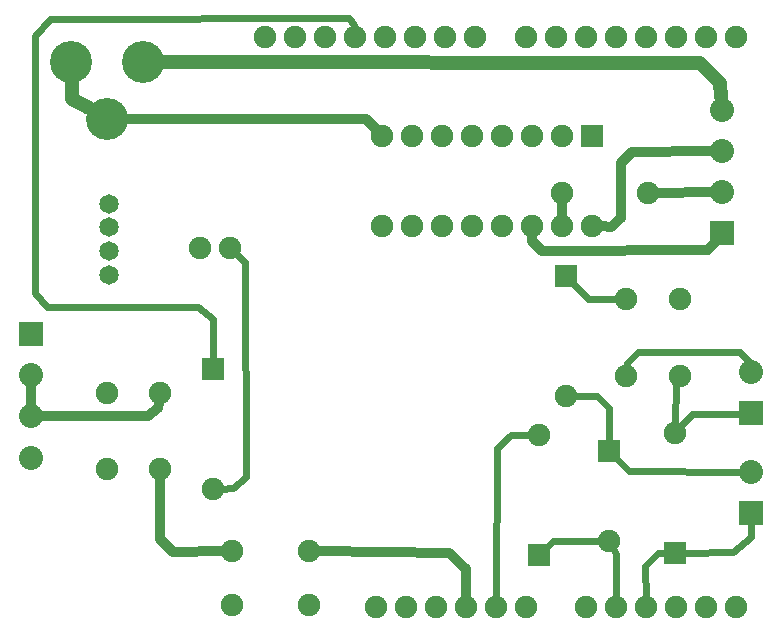
<source format=gbl>
G04 MADE WITH FRITZING*
G04 WWW.FRITZING.ORG*
G04 DOUBLE SIDED*
G04 HOLES PLATED*
G04 CONTOUR ON CENTER OF CONTOUR VECTOR*
%ASAXBY*%
%FSLAX23Y23*%
%MOIN*%
%OFA0B0*%
%SFA1.0B1.0*%
%ADD10C,0.075000*%
%ADD11C,0.080000*%
%ADD12C,0.065000*%
%ADD13C,0.140000*%
%ADD14R,0.080000X0.080000*%
%ADD15R,0.075000X0.075000*%
%ADD16C,0.048000*%
%ADD17C,0.024000*%
%ADD18C,0.032000*%
%LNCOPPER0*%
G90*
G70*
G54D10*
X949Y1993D03*
X1049Y1993D03*
X1149Y1993D03*
X1249Y1993D03*
X1349Y1993D03*
X1449Y1993D03*
X1549Y1993D03*
X1649Y1993D03*
X1819Y1993D03*
X1919Y1993D03*
X2019Y1993D03*
X2119Y1993D03*
X2219Y1993D03*
X2319Y1993D03*
X2419Y1993D03*
X2519Y1993D03*
X1319Y93D03*
X1419Y93D03*
X1519Y93D03*
X1619Y93D03*
X1719Y93D03*
X1819Y93D03*
X2019Y93D03*
X2119Y93D03*
X2219Y93D03*
X2319Y93D03*
X2419Y93D03*
X2519Y93D03*
G54D11*
X2472Y1337D03*
X2472Y1475D03*
X2472Y1612D03*
X2472Y1750D03*
G54D12*
X430Y1199D03*
X430Y1278D03*
X430Y1357D03*
X430Y1436D03*
G54D13*
X545Y1910D03*
X305Y1910D03*
X425Y1720D03*
G54D10*
X841Y277D03*
X1097Y277D03*
X841Y100D03*
X1097Y100D03*
X2040Y1663D03*
X2040Y1363D03*
X1940Y1663D03*
X1940Y1363D03*
X1840Y1663D03*
X1840Y1363D03*
X1740Y1663D03*
X1740Y1363D03*
X1640Y1663D03*
X1640Y1363D03*
X1540Y1663D03*
X1540Y1363D03*
X1440Y1663D03*
X1440Y1363D03*
X1340Y1663D03*
X1340Y1363D03*
X601Y806D03*
X601Y551D03*
X423Y806D03*
X423Y551D03*
X2332Y1119D03*
X2332Y863D03*
X2155Y1119D03*
X2155Y863D03*
X1954Y1195D03*
X1954Y795D03*
X2317Y273D03*
X2317Y673D03*
X1862Y264D03*
X1862Y664D03*
X776Y886D03*
X776Y486D03*
G54D11*
X169Y1003D03*
X169Y865D03*
X169Y728D03*
X169Y590D03*
X2569Y737D03*
X2569Y874D03*
G54D10*
X2096Y612D03*
X2096Y312D03*
G54D11*
X2570Y405D03*
X2570Y543D03*
G54D10*
X835Y1290D03*
X735Y1290D03*
X2226Y1472D03*
X1940Y1472D03*
G54D14*
X2472Y1337D03*
G54D15*
X2040Y1663D03*
X1954Y1195D03*
X2317Y273D03*
X1862Y264D03*
X776Y886D03*
G54D14*
X169Y1003D03*
X2569Y737D03*
G54D15*
X2096Y612D03*
G54D14*
X2570Y405D03*
G54D16*
X307Y1786D02*
X362Y1755D01*
D02*
X306Y1838D02*
X307Y1786D01*
D02*
X2469Y1792D02*
X2467Y1838D01*
D02*
X2467Y1838D02*
X2400Y1905D01*
D02*
X2400Y1905D02*
X617Y1910D01*
G54D17*
D02*
X2568Y906D02*
X2568Y905D01*
D02*
X2534Y941D02*
X2568Y906D01*
D02*
X2194Y943D02*
X2534Y941D01*
D02*
X2156Y892D02*
X2157Y905D01*
D02*
X2157Y905D02*
X2194Y943D01*
D02*
X2027Y1119D02*
X1974Y1174D01*
D02*
X2127Y1119D02*
X2027Y1119D01*
D02*
X2319Y838D02*
X2317Y702D01*
D02*
X2319Y838D02*
X2319Y838D01*
D02*
X2162Y546D02*
X2117Y592D01*
D02*
X2539Y543D02*
X2162Y546D01*
D02*
X2511Y275D02*
X2569Y326D01*
D02*
X2569Y326D02*
X2570Y374D01*
D02*
X2345Y273D02*
X2511Y275D01*
D02*
X2120Y270D02*
X2110Y287D01*
D02*
X2120Y121D02*
X2120Y270D01*
D02*
X1911Y313D02*
X2068Y312D01*
D02*
X1882Y284D02*
X1911Y313D01*
D02*
X2096Y754D02*
X2096Y641D01*
D02*
X1982Y795D02*
X2056Y795D01*
D02*
X2056Y795D02*
X2096Y754D01*
D02*
X1725Y623D02*
X1720Y121D01*
D02*
X1769Y664D02*
X1725Y623D01*
D02*
X1833Y664D02*
X1769Y664D01*
D02*
X2288Y273D02*
X2260Y273D01*
D02*
X2260Y273D02*
X2218Y230D01*
D02*
X2218Y230D02*
X2219Y121D01*
G54D18*
D02*
X1316Y1688D02*
X1286Y1718D01*
D02*
X1286Y1718D02*
X492Y1720D01*
G54D17*
D02*
X777Y1051D02*
X776Y915D01*
D02*
X726Y1091D02*
X777Y1051D01*
D02*
X225Y1091D02*
X726Y1091D01*
D02*
X185Y1140D02*
X225Y1091D01*
D02*
X185Y1996D02*
X185Y1140D01*
D02*
X233Y2051D02*
X185Y1996D01*
D02*
X1229Y2055D02*
X233Y2051D01*
D02*
X1247Y2031D02*
X1229Y2055D01*
D02*
X1248Y2021D02*
X1247Y2031D01*
G54D18*
D02*
X1564Y273D02*
X1131Y277D01*
D02*
X1620Y217D02*
X1564Y273D01*
D02*
X1620Y127D02*
X1620Y217D01*
D02*
X643Y276D02*
X807Y277D01*
D02*
X601Y318D02*
X643Y276D01*
D02*
X601Y516D02*
X601Y318D01*
D02*
X169Y764D02*
X169Y829D01*
G54D17*
D02*
X845Y487D02*
X805Y486D01*
D02*
X886Y525D02*
X845Y487D01*
D02*
X855Y1270D02*
X884Y1241D01*
G54D18*
D02*
X2175Y1610D02*
X2435Y1612D01*
D02*
X2074Y1361D02*
X2102Y1358D01*
D02*
X2137Y1571D02*
X2175Y1610D01*
D02*
X2137Y1389D02*
X2137Y1571D01*
D02*
X2102Y1358D02*
X2137Y1389D01*
D02*
X1874Y1277D02*
X2427Y1281D01*
D02*
X1839Y1312D02*
X1874Y1277D01*
D02*
X1839Y1329D02*
X1839Y1312D01*
D02*
X2427Y1281D02*
X2449Y1308D01*
D02*
X2435Y1474D02*
X2261Y1472D01*
D02*
X1940Y1397D02*
X1940Y1438D01*
D02*
X560Y728D02*
X205Y728D01*
D02*
X597Y773D02*
X595Y756D01*
D02*
X595Y756D02*
X560Y728D01*
G54D17*
D02*
X884Y1241D02*
X886Y525D01*
D02*
X2372Y735D02*
X2538Y736D01*
D02*
X2336Y694D02*
X2372Y735D01*
G04 End of Copper0*
M02*
</source>
